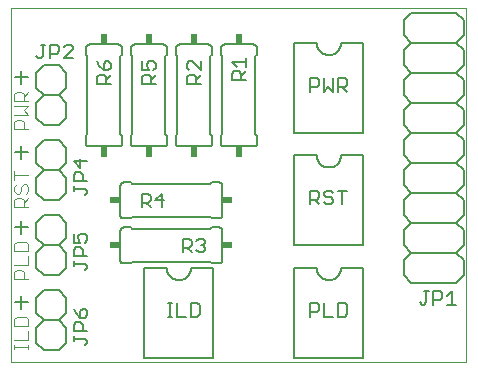
<source format=gto>
G75*
%MOIN*%
%OFA0B0*%
%FSLAX25Y25*%
%IPPOS*%
%LPD*%
%AMOC8*
5,1,8,0,0,1.08239X$1,22.5*
%
%ADD10C,0.00000*%
%ADD11C,0.00600*%
%ADD12C,0.00500*%
%ADD13C,0.00400*%
%ADD14R,0.02400X0.03400*%
%ADD15R,0.03400X0.02400*%
D10*
X0002503Y0001000D02*
X0002503Y0118961D01*
X0154204Y0118961D01*
X0154204Y0001000D01*
X0002503Y0001000D01*
D11*
X0010833Y0007385D02*
X0010833Y0012385D01*
X0013333Y0014885D01*
X0010833Y0017385D01*
X0010833Y0022385D01*
X0013333Y0024885D01*
X0018333Y0024885D01*
X0020833Y0022385D01*
X0020833Y0017385D01*
X0018333Y0014885D01*
X0020833Y0012385D01*
X0020833Y0007385D01*
X0018333Y0004885D01*
X0013333Y0004885D01*
X0010833Y0007385D01*
X0013333Y0014885D02*
X0018333Y0014885D01*
X0007904Y0020887D02*
X0003633Y0020887D01*
X0005768Y0018752D02*
X0005768Y0023023D01*
X0013333Y0029885D02*
X0010833Y0032385D01*
X0010833Y0037385D01*
X0013333Y0039885D01*
X0010833Y0042385D01*
X0010833Y0047385D01*
X0013333Y0049885D01*
X0018333Y0049885D01*
X0020833Y0047385D01*
X0020833Y0042385D01*
X0018333Y0039885D01*
X0020833Y0037385D01*
X0020833Y0032385D01*
X0018333Y0029885D01*
X0013333Y0029885D01*
X0013333Y0039885D02*
X0018333Y0039885D01*
X0007904Y0045887D02*
X0003633Y0045887D01*
X0005768Y0043752D02*
X0005768Y0048023D01*
X0013333Y0054885D02*
X0010833Y0057385D01*
X0010833Y0062385D01*
X0013333Y0064885D01*
X0010833Y0067385D01*
X0010833Y0072385D01*
X0013333Y0074885D01*
X0018333Y0074885D01*
X0020833Y0072385D01*
X0020833Y0067385D01*
X0018333Y0064885D01*
X0020833Y0062385D01*
X0020833Y0057385D01*
X0018333Y0054885D01*
X0013333Y0054885D01*
X0013333Y0064885D02*
X0018333Y0064885D01*
X0007904Y0070887D02*
X0003633Y0070887D01*
X0005768Y0068752D02*
X0005768Y0073023D01*
X0013333Y0079885D02*
X0010833Y0082385D01*
X0010833Y0087385D01*
X0013333Y0089885D01*
X0010833Y0092385D01*
X0010833Y0097385D01*
X0013333Y0099885D01*
X0018333Y0099885D01*
X0020833Y0097385D01*
X0020833Y0092385D01*
X0018333Y0089885D01*
X0020833Y0087385D01*
X0020833Y0082385D01*
X0018333Y0079885D01*
X0013333Y0079885D01*
X0013333Y0089885D02*
X0018333Y0089885D01*
X0007904Y0095887D02*
X0003633Y0095887D01*
X0005768Y0093752D02*
X0005768Y0098023D01*
X0027333Y0103385D02*
X0027333Y0105885D01*
X0027335Y0105945D01*
X0027340Y0106006D01*
X0027349Y0106065D01*
X0027362Y0106124D01*
X0027378Y0106183D01*
X0027398Y0106240D01*
X0027421Y0106295D01*
X0027448Y0106350D01*
X0027477Y0106402D01*
X0027510Y0106453D01*
X0027546Y0106502D01*
X0027584Y0106548D01*
X0027626Y0106592D01*
X0027670Y0106634D01*
X0027716Y0106672D01*
X0027765Y0106708D01*
X0027816Y0106741D01*
X0027868Y0106770D01*
X0027923Y0106797D01*
X0027978Y0106820D01*
X0028035Y0106840D01*
X0028094Y0106856D01*
X0028153Y0106869D01*
X0028212Y0106878D01*
X0028273Y0106883D01*
X0028333Y0106885D01*
X0038333Y0106885D01*
X0038393Y0106883D01*
X0038454Y0106878D01*
X0038513Y0106869D01*
X0038572Y0106856D01*
X0038631Y0106840D01*
X0038688Y0106820D01*
X0038743Y0106797D01*
X0038798Y0106770D01*
X0038850Y0106741D01*
X0038901Y0106708D01*
X0038950Y0106672D01*
X0038996Y0106634D01*
X0039040Y0106592D01*
X0039082Y0106548D01*
X0039120Y0106502D01*
X0039156Y0106453D01*
X0039189Y0106402D01*
X0039218Y0106350D01*
X0039245Y0106295D01*
X0039268Y0106240D01*
X0039288Y0106183D01*
X0039304Y0106124D01*
X0039317Y0106065D01*
X0039326Y0106006D01*
X0039331Y0105945D01*
X0039333Y0105885D01*
X0039333Y0103385D01*
X0038833Y0102885D01*
X0038833Y0076885D01*
X0039333Y0076385D01*
X0039333Y0073885D01*
X0039331Y0073825D01*
X0039326Y0073764D01*
X0039317Y0073705D01*
X0039304Y0073646D01*
X0039288Y0073587D01*
X0039268Y0073530D01*
X0039245Y0073475D01*
X0039218Y0073420D01*
X0039189Y0073368D01*
X0039156Y0073317D01*
X0039120Y0073268D01*
X0039082Y0073222D01*
X0039040Y0073178D01*
X0038996Y0073136D01*
X0038950Y0073098D01*
X0038901Y0073062D01*
X0038850Y0073029D01*
X0038798Y0073000D01*
X0038743Y0072973D01*
X0038688Y0072950D01*
X0038631Y0072930D01*
X0038572Y0072914D01*
X0038513Y0072901D01*
X0038454Y0072892D01*
X0038393Y0072887D01*
X0038333Y0072885D01*
X0028333Y0072885D01*
X0028273Y0072887D01*
X0028212Y0072892D01*
X0028153Y0072901D01*
X0028094Y0072914D01*
X0028035Y0072930D01*
X0027978Y0072950D01*
X0027923Y0072973D01*
X0027868Y0073000D01*
X0027816Y0073029D01*
X0027765Y0073062D01*
X0027716Y0073098D01*
X0027670Y0073136D01*
X0027626Y0073178D01*
X0027584Y0073222D01*
X0027546Y0073268D01*
X0027510Y0073317D01*
X0027477Y0073368D01*
X0027448Y0073420D01*
X0027421Y0073475D01*
X0027398Y0073530D01*
X0027378Y0073587D01*
X0027362Y0073646D01*
X0027349Y0073705D01*
X0027340Y0073764D01*
X0027335Y0073825D01*
X0027333Y0073885D01*
X0027333Y0076385D01*
X0027833Y0076885D01*
X0027833Y0102885D01*
X0027333Y0103385D01*
X0042333Y0103385D02*
X0042333Y0105885D01*
X0042335Y0105945D01*
X0042340Y0106006D01*
X0042349Y0106065D01*
X0042362Y0106124D01*
X0042378Y0106183D01*
X0042398Y0106240D01*
X0042421Y0106295D01*
X0042448Y0106350D01*
X0042477Y0106402D01*
X0042510Y0106453D01*
X0042546Y0106502D01*
X0042584Y0106548D01*
X0042626Y0106592D01*
X0042670Y0106634D01*
X0042716Y0106672D01*
X0042765Y0106708D01*
X0042816Y0106741D01*
X0042868Y0106770D01*
X0042923Y0106797D01*
X0042978Y0106820D01*
X0043035Y0106840D01*
X0043094Y0106856D01*
X0043153Y0106869D01*
X0043212Y0106878D01*
X0043273Y0106883D01*
X0043333Y0106885D01*
X0053333Y0106885D01*
X0053393Y0106883D01*
X0053454Y0106878D01*
X0053513Y0106869D01*
X0053572Y0106856D01*
X0053631Y0106840D01*
X0053688Y0106820D01*
X0053743Y0106797D01*
X0053798Y0106770D01*
X0053850Y0106741D01*
X0053901Y0106708D01*
X0053950Y0106672D01*
X0053996Y0106634D01*
X0054040Y0106592D01*
X0054082Y0106548D01*
X0054120Y0106502D01*
X0054156Y0106453D01*
X0054189Y0106402D01*
X0054218Y0106350D01*
X0054245Y0106295D01*
X0054268Y0106240D01*
X0054288Y0106183D01*
X0054304Y0106124D01*
X0054317Y0106065D01*
X0054326Y0106006D01*
X0054331Y0105945D01*
X0054333Y0105885D01*
X0054333Y0103385D01*
X0053833Y0102885D01*
X0053833Y0076885D01*
X0054333Y0076385D01*
X0054333Y0073885D01*
X0054331Y0073825D01*
X0054326Y0073764D01*
X0054317Y0073705D01*
X0054304Y0073646D01*
X0054288Y0073587D01*
X0054268Y0073530D01*
X0054245Y0073475D01*
X0054218Y0073420D01*
X0054189Y0073368D01*
X0054156Y0073317D01*
X0054120Y0073268D01*
X0054082Y0073222D01*
X0054040Y0073178D01*
X0053996Y0073136D01*
X0053950Y0073098D01*
X0053901Y0073062D01*
X0053850Y0073029D01*
X0053798Y0073000D01*
X0053743Y0072973D01*
X0053688Y0072950D01*
X0053631Y0072930D01*
X0053572Y0072914D01*
X0053513Y0072901D01*
X0053454Y0072892D01*
X0053393Y0072887D01*
X0053333Y0072885D01*
X0043333Y0072885D01*
X0043273Y0072887D01*
X0043212Y0072892D01*
X0043153Y0072901D01*
X0043094Y0072914D01*
X0043035Y0072930D01*
X0042978Y0072950D01*
X0042923Y0072973D01*
X0042868Y0073000D01*
X0042816Y0073029D01*
X0042765Y0073062D01*
X0042716Y0073098D01*
X0042670Y0073136D01*
X0042626Y0073178D01*
X0042584Y0073222D01*
X0042546Y0073268D01*
X0042510Y0073317D01*
X0042477Y0073368D01*
X0042448Y0073420D01*
X0042421Y0073475D01*
X0042398Y0073530D01*
X0042378Y0073587D01*
X0042362Y0073646D01*
X0042349Y0073705D01*
X0042340Y0073764D01*
X0042335Y0073825D01*
X0042333Y0073885D01*
X0042333Y0076385D01*
X0042833Y0076885D01*
X0042833Y0102885D01*
X0042333Y0103385D01*
X0057333Y0103385D02*
X0057333Y0105885D01*
X0057335Y0105945D01*
X0057340Y0106006D01*
X0057349Y0106065D01*
X0057362Y0106124D01*
X0057378Y0106183D01*
X0057398Y0106240D01*
X0057421Y0106295D01*
X0057448Y0106350D01*
X0057477Y0106402D01*
X0057510Y0106453D01*
X0057546Y0106502D01*
X0057584Y0106548D01*
X0057626Y0106592D01*
X0057670Y0106634D01*
X0057716Y0106672D01*
X0057765Y0106708D01*
X0057816Y0106741D01*
X0057868Y0106770D01*
X0057923Y0106797D01*
X0057978Y0106820D01*
X0058035Y0106840D01*
X0058094Y0106856D01*
X0058153Y0106869D01*
X0058212Y0106878D01*
X0058273Y0106883D01*
X0058333Y0106885D01*
X0068333Y0106885D01*
X0068393Y0106883D01*
X0068454Y0106878D01*
X0068513Y0106869D01*
X0068572Y0106856D01*
X0068631Y0106840D01*
X0068688Y0106820D01*
X0068743Y0106797D01*
X0068798Y0106770D01*
X0068850Y0106741D01*
X0068901Y0106708D01*
X0068950Y0106672D01*
X0068996Y0106634D01*
X0069040Y0106592D01*
X0069082Y0106548D01*
X0069120Y0106502D01*
X0069156Y0106453D01*
X0069189Y0106402D01*
X0069218Y0106350D01*
X0069245Y0106295D01*
X0069268Y0106240D01*
X0069288Y0106183D01*
X0069304Y0106124D01*
X0069317Y0106065D01*
X0069326Y0106006D01*
X0069331Y0105945D01*
X0069333Y0105885D01*
X0069333Y0103385D01*
X0068833Y0102885D01*
X0068833Y0076885D01*
X0069333Y0076385D01*
X0069333Y0073885D01*
X0069331Y0073825D01*
X0069326Y0073764D01*
X0069317Y0073705D01*
X0069304Y0073646D01*
X0069288Y0073587D01*
X0069268Y0073530D01*
X0069245Y0073475D01*
X0069218Y0073420D01*
X0069189Y0073368D01*
X0069156Y0073317D01*
X0069120Y0073268D01*
X0069082Y0073222D01*
X0069040Y0073178D01*
X0068996Y0073136D01*
X0068950Y0073098D01*
X0068901Y0073062D01*
X0068850Y0073029D01*
X0068798Y0073000D01*
X0068743Y0072973D01*
X0068688Y0072950D01*
X0068631Y0072930D01*
X0068572Y0072914D01*
X0068513Y0072901D01*
X0068454Y0072892D01*
X0068393Y0072887D01*
X0068333Y0072885D01*
X0058333Y0072885D01*
X0058273Y0072887D01*
X0058212Y0072892D01*
X0058153Y0072901D01*
X0058094Y0072914D01*
X0058035Y0072930D01*
X0057978Y0072950D01*
X0057923Y0072973D01*
X0057868Y0073000D01*
X0057816Y0073029D01*
X0057765Y0073062D01*
X0057716Y0073098D01*
X0057670Y0073136D01*
X0057626Y0073178D01*
X0057584Y0073222D01*
X0057546Y0073268D01*
X0057510Y0073317D01*
X0057477Y0073368D01*
X0057448Y0073420D01*
X0057421Y0073475D01*
X0057398Y0073530D01*
X0057378Y0073587D01*
X0057362Y0073646D01*
X0057349Y0073705D01*
X0057340Y0073764D01*
X0057335Y0073825D01*
X0057333Y0073885D01*
X0057333Y0076385D01*
X0057833Y0076885D01*
X0057833Y0102885D01*
X0057333Y0103385D01*
X0072333Y0103385D02*
X0072333Y0105885D01*
X0072335Y0105945D01*
X0072340Y0106006D01*
X0072349Y0106065D01*
X0072362Y0106124D01*
X0072378Y0106183D01*
X0072398Y0106240D01*
X0072421Y0106295D01*
X0072448Y0106350D01*
X0072477Y0106402D01*
X0072510Y0106453D01*
X0072546Y0106502D01*
X0072584Y0106548D01*
X0072626Y0106592D01*
X0072670Y0106634D01*
X0072716Y0106672D01*
X0072765Y0106708D01*
X0072816Y0106741D01*
X0072868Y0106770D01*
X0072923Y0106797D01*
X0072978Y0106820D01*
X0073035Y0106840D01*
X0073094Y0106856D01*
X0073153Y0106869D01*
X0073212Y0106878D01*
X0073273Y0106883D01*
X0073333Y0106885D01*
X0083333Y0106885D01*
X0083393Y0106883D01*
X0083454Y0106878D01*
X0083513Y0106869D01*
X0083572Y0106856D01*
X0083631Y0106840D01*
X0083688Y0106820D01*
X0083743Y0106797D01*
X0083798Y0106770D01*
X0083850Y0106741D01*
X0083901Y0106708D01*
X0083950Y0106672D01*
X0083996Y0106634D01*
X0084040Y0106592D01*
X0084082Y0106548D01*
X0084120Y0106502D01*
X0084156Y0106453D01*
X0084189Y0106402D01*
X0084218Y0106350D01*
X0084245Y0106295D01*
X0084268Y0106240D01*
X0084288Y0106183D01*
X0084304Y0106124D01*
X0084317Y0106065D01*
X0084326Y0106006D01*
X0084331Y0105945D01*
X0084333Y0105885D01*
X0084333Y0103385D01*
X0083833Y0102885D01*
X0083833Y0076885D01*
X0084333Y0076385D01*
X0084333Y0073885D01*
X0084331Y0073825D01*
X0084326Y0073764D01*
X0084317Y0073705D01*
X0084304Y0073646D01*
X0084288Y0073587D01*
X0084268Y0073530D01*
X0084245Y0073475D01*
X0084218Y0073420D01*
X0084189Y0073368D01*
X0084156Y0073317D01*
X0084120Y0073268D01*
X0084082Y0073222D01*
X0084040Y0073178D01*
X0083996Y0073136D01*
X0083950Y0073098D01*
X0083901Y0073062D01*
X0083850Y0073029D01*
X0083798Y0073000D01*
X0083743Y0072973D01*
X0083688Y0072950D01*
X0083631Y0072930D01*
X0083572Y0072914D01*
X0083513Y0072901D01*
X0083454Y0072892D01*
X0083393Y0072887D01*
X0083333Y0072885D01*
X0073333Y0072885D01*
X0073273Y0072887D01*
X0073212Y0072892D01*
X0073153Y0072901D01*
X0073094Y0072914D01*
X0073035Y0072930D01*
X0072978Y0072950D01*
X0072923Y0072973D01*
X0072868Y0073000D01*
X0072816Y0073029D01*
X0072765Y0073062D01*
X0072716Y0073098D01*
X0072670Y0073136D01*
X0072626Y0073178D01*
X0072584Y0073222D01*
X0072546Y0073268D01*
X0072510Y0073317D01*
X0072477Y0073368D01*
X0072448Y0073420D01*
X0072421Y0073475D01*
X0072398Y0073530D01*
X0072378Y0073587D01*
X0072362Y0073646D01*
X0072349Y0073705D01*
X0072340Y0073764D01*
X0072335Y0073825D01*
X0072333Y0073885D01*
X0072333Y0076385D01*
X0072833Y0076885D01*
X0072833Y0102885D01*
X0072333Y0103385D01*
X0096833Y0107385D02*
X0104333Y0107385D01*
X0104335Y0107259D01*
X0104341Y0107134D01*
X0104351Y0107009D01*
X0104365Y0106884D01*
X0104382Y0106759D01*
X0104404Y0106635D01*
X0104429Y0106512D01*
X0104459Y0106390D01*
X0104492Y0106269D01*
X0104529Y0106149D01*
X0104569Y0106030D01*
X0104614Y0105913D01*
X0104662Y0105796D01*
X0104714Y0105682D01*
X0104769Y0105569D01*
X0104828Y0105458D01*
X0104890Y0105349D01*
X0104956Y0105242D01*
X0105025Y0105137D01*
X0105097Y0105034D01*
X0105172Y0104933D01*
X0105251Y0104835D01*
X0105333Y0104740D01*
X0105417Y0104647D01*
X0105505Y0104557D01*
X0105595Y0104469D01*
X0105688Y0104385D01*
X0105783Y0104303D01*
X0105881Y0104224D01*
X0105982Y0104149D01*
X0106085Y0104077D01*
X0106190Y0104008D01*
X0106297Y0103942D01*
X0106406Y0103880D01*
X0106517Y0103821D01*
X0106630Y0103766D01*
X0106744Y0103714D01*
X0106861Y0103666D01*
X0106978Y0103621D01*
X0107097Y0103581D01*
X0107217Y0103544D01*
X0107338Y0103511D01*
X0107460Y0103481D01*
X0107583Y0103456D01*
X0107707Y0103434D01*
X0107832Y0103417D01*
X0107957Y0103403D01*
X0108082Y0103393D01*
X0108207Y0103387D01*
X0108333Y0103385D01*
X0108459Y0103387D01*
X0108584Y0103393D01*
X0108709Y0103403D01*
X0108834Y0103417D01*
X0108959Y0103434D01*
X0109083Y0103456D01*
X0109206Y0103481D01*
X0109328Y0103511D01*
X0109449Y0103544D01*
X0109569Y0103581D01*
X0109688Y0103621D01*
X0109805Y0103666D01*
X0109922Y0103714D01*
X0110036Y0103766D01*
X0110149Y0103821D01*
X0110260Y0103880D01*
X0110369Y0103942D01*
X0110476Y0104008D01*
X0110581Y0104077D01*
X0110684Y0104149D01*
X0110785Y0104224D01*
X0110883Y0104303D01*
X0110978Y0104385D01*
X0111071Y0104469D01*
X0111161Y0104557D01*
X0111249Y0104647D01*
X0111333Y0104740D01*
X0111415Y0104835D01*
X0111494Y0104933D01*
X0111569Y0105034D01*
X0111641Y0105137D01*
X0111710Y0105242D01*
X0111776Y0105349D01*
X0111838Y0105458D01*
X0111897Y0105569D01*
X0111952Y0105682D01*
X0112004Y0105796D01*
X0112052Y0105913D01*
X0112097Y0106030D01*
X0112137Y0106149D01*
X0112174Y0106269D01*
X0112207Y0106390D01*
X0112237Y0106512D01*
X0112262Y0106635D01*
X0112284Y0106759D01*
X0112301Y0106884D01*
X0112315Y0107009D01*
X0112325Y0107134D01*
X0112331Y0107259D01*
X0112333Y0107385D01*
X0119833Y0107385D01*
X0119833Y0077385D01*
X0096833Y0077385D01*
X0096833Y0107385D01*
X0133333Y0109885D02*
X0133333Y0114885D01*
X0135833Y0117385D01*
X0150833Y0117385D01*
X0153333Y0114885D01*
X0153333Y0109885D01*
X0150833Y0107385D01*
X0135833Y0107385D01*
X0133333Y0104885D01*
X0133333Y0099885D01*
X0135833Y0097385D01*
X0150833Y0097385D01*
X0153333Y0094885D01*
X0153333Y0089885D01*
X0150833Y0087385D01*
X0135833Y0087385D01*
X0133333Y0084885D01*
X0133333Y0079885D01*
X0135833Y0077385D01*
X0150833Y0077385D01*
X0153333Y0074885D01*
X0153333Y0069885D01*
X0150833Y0067385D01*
X0135833Y0067385D01*
X0133333Y0064885D01*
X0133333Y0059885D01*
X0135833Y0057385D01*
X0150833Y0057385D01*
X0153333Y0054885D01*
X0153333Y0049885D01*
X0150833Y0047385D01*
X0135833Y0047385D01*
X0133333Y0049885D01*
X0133333Y0054885D01*
X0135833Y0057385D01*
X0135833Y0047385D02*
X0133333Y0044885D01*
X0133333Y0039885D01*
X0135833Y0037385D01*
X0133333Y0034885D01*
X0133333Y0029885D01*
X0135833Y0027385D01*
X0150833Y0027385D01*
X0153333Y0029885D01*
X0153333Y0034885D01*
X0150833Y0037385D01*
X0135833Y0037385D01*
X0150833Y0037385D02*
X0153333Y0039885D01*
X0153333Y0044885D01*
X0150833Y0047385D01*
X0150833Y0057385D02*
X0153333Y0059885D01*
X0153333Y0064885D01*
X0150833Y0067385D01*
X0150833Y0077385D02*
X0153333Y0079885D01*
X0153333Y0084885D01*
X0150833Y0087385D01*
X0150833Y0097385D02*
X0153333Y0099885D01*
X0153333Y0104885D01*
X0150833Y0107385D01*
X0135833Y0107385D02*
X0133333Y0109885D01*
X0135833Y0097385D02*
X0133333Y0094885D01*
X0133333Y0089885D01*
X0135833Y0087385D01*
X0135833Y0077385D02*
X0133333Y0074885D01*
X0133333Y0069885D01*
X0135833Y0067385D01*
X0119833Y0069885D02*
X0112333Y0069885D01*
X0112331Y0069759D01*
X0112325Y0069634D01*
X0112315Y0069509D01*
X0112301Y0069384D01*
X0112284Y0069259D01*
X0112262Y0069135D01*
X0112237Y0069012D01*
X0112207Y0068890D01*
X0112174Y0068769D01*
X0112137Y0068649D01*
X0112097Y0068530D01*
X0112052Y0068413D01*
X0112004Y0068296D01*
X0111952Y0068182D01*
X0111897Y0068069D01*
X0111838Y0067958D01*
X0111776Y0067849D01*
X0111710Y0067742D01*
X0111641Y0067637D01*
X0111569Y0067534D01*
X0111494Y0067433D01*
X0111415Y0067335D01*
X0111333Y0067240D01*
X0111249Y0067147D01*
X0111161Y0067057D01*
X0111071Y0066969D01*
X0110978Y0066885D01*
X0110883Y0066803D01*
X0110785Y0066724D01*
X0110684Y0066649D01*
X0110581Y0066577D01*
X0110476Y0066508D01*
X0110369Y0066442D01*
X0110260Y0066380D01*
X0110149Y0066321D01*
X0110036Y0066266D01*
X0109922Y0066214D01*
X0109805Y0066166D01*
X0109688Y0066121D01*
X0109569Y0066081D01*
X0109449Y0066044D01*
X0109328Y0066011D01*
X0109206Y0065981D01*
X0109083Y0065956D01*
X0108959Y0065934D01*
X0108834Y0065917D01*
X0108709Y0065903D01*
X0108584Y0065893D01*
X0108459Y0065887D01*
X0108333Y0065885D01*
X0108207Y0065887D01*
X0108082Y0065893D01*
X0107957Y0065903D01*
X0107832Y0065917D01*
X0107707Y0065934D01*
X0107583Y0065956D01*
X0107460Y0065981D01*
X0107338Y0066011D01*
X0107217Y0066044D01*
X0107097Y0066081D01*
X0106978Y0066121D01*
X0106861Y0066166D01*
X0106744Y0066214D01*
X0106630Y0066266D01*
X0106517Y0066321D01*
X0106406Y0066380D01*
X0106297Y0066442D01*
X0106190Y0066508D01*
X0106085Y0066577D01*
X0105982Y0066649D01*
X0105881Y0066724D01*
X0105783Y0066803D01*
X0105688Y0066885D01*
X0105595Y0066969D01*
X0105505Y0067057D01*
X0105417Y0067147D01*
X0105333Y0067240D01*
X0105251Y0067335D01*
X0105172Y0067433D01*
X0105097Y0067534D01*
X0105025Y0067637D01*
X0104956Y0067742D01*
X0104890Y0067849D01*
X0104828Y0067958D01*
X0104769Y0068069D01*
X0104714Y0068182D01*
X0104662Y0068296D01*
X0104614Y0068413D01*
X0104569Y0068530D01*
X0104529Y0068649D01*
X0104492Y0068769D01*
X0104459Y0068890D01*
X0104429Y0069012D01*
X0104404Y0069135D01*
X0104382Y0069259D01*
X0104365Y0069384D01*
X0104351Y0069509D01*
X0104341Y0069634D01*
X0104335Y0069759D01*
X0104333Y0069885D01*
X0096833Y0069885D01*
X0096833Y0039885D01*
X0119833Y0039885D01*
X0119833Y0069885D01*
X0072833Y0059885D02*
X0072833Y0049885D01*
X0072831Y0049825D01*
X0072826Y0049764D01*
X0072817Y0049705D01*
X0072804Y0049646D01*
X0072788Y0049587D01*
X0072768Y0049530D01*
X0072745Y0049475D01*
X0072718Y0049420D01*
X0072689Y0049368D01*
X0072656Y0049317D01*
X0072620Y0049268D01*
X0072582Y0049222D01*
X0072540Y0049178D01*
X0072496Y0049136D01*
X0072450Y0049098D01*
X0072401Y0049062D01*
X0072350Y0049029D01*
X0072298Y0049000D01*
X0072243Y0048973D01*
X0072188Y0048950D01*
X0072131Y0048930D01*
X0072072Y0048914D01*
X0072013Y0048901D01*
X0071954Y0048892D01*
X0071893Y0048887D01*
X0071833Y0048885D01*
X0069333Y0048885D01*
X0068833Y0049385D01*
X0042833Y0049385D01*
X0042333Y0048885D01*
X0039833Y0048885D01*
X0039773Y0048887D01*
X0039712Y0048892D01*
X0039653Y0048901D01*
X0039594Y0048914D01*
X0039535Y0048930D01*
X0039478Y0048950D01*
X0039423Y0048973D01*
X0039368Y0049000D01*
X0039316Y0049029D01*
X0039265Y0049062D01*
X0039216Y0049098D01*
X0039170Y0049136D01*
X0039126Y0049178D01*
X0039084Y0049222D01*
X0039046Y0049268D01*
X0039010Y0049317D01*
X0038977Y0049368D01*
X0038948Y0049420D01*
X0038921Y0049475D01*
X0038898Y0049530D01*
X0038878Y0049587D01*
X0038862Y0049646D01*
X0038849Y0049705D01*
X0038840Y0049764D01*
X0038835Y0049825D01*
X0038833Y0049885D01*
X0038833Y0059885D01*
X0038835Y0059945D01*
X0038840Y0060006D01*
X0038849Y0060065D01*
X0038862Y0060124D01*
X0038878Y0060183D01*
X0038898Y0060240D01*
X0038921Y0060295D01*
X0038948Y0060350D01*
X0038977Y0060402D01*
X0039010Y0060453D01*
X0039046Y0060502D01*
X0039084Y0060548D01*
X0039126Y0060592D01*
X0039170Y0060634D01*
X0039216Y0060672D01*
X0039265Y0060708D01*
X0039316Y0060741D01*
X0039368Y0060770D01*
X0039423Y0060797D01*
X0039478Y0060820D01*
X0039535Y0060840D01*
X0039594Y0060856D01*
X0039653Y0060869D01*
X0039712Y0060878D01*
X0039773Y0060883D01*
X0039833Y0060885D01*
X0042333Y0060885D01*
X0042833Y0060385D01*
X0068833Y0060385D01*
X0069333Y0060885D01*
X0071833Y0060885D01*
X0071893Y0060883D01*
X0071954Y0060878D01*
X0072013Y0060869D01*
X0072072Y0060856D01*
X0072131Y0060840D01*
X0072188Y0060820D01*
X0072243Y0060797D01*
X0072298Y0060770D01*
X0072350Y0060741D01*
X0072401Y0060708D01*
X0072450Y0060672D01*
X0072496Y0060634D01*
X0072540Y0060592D01*
X0072582Y0060548D01*
X0072620Y0060502D01*
X0072656Y0060453D01*
X0072689Y0060402D01*
X0072718Y0060350D01*
X0072745Y0060295D01*
X0072768Y0060240D01*
X0072788Y0060183D01*
X0072804Y0060124D01*
X0072817Y0060065D01*
X0072826Y0060006D01*
X0072831Y0059945D01*
X0072833Y0059885D01*
X0071833Y0045885D02*
X0069333Y0045885D01*
X0068833Y0045385D01*
X0042833Y0045385D01*
X0042333Y0045885D01*
X0039833Y0045885D01*
X0039773Y0045883D01*
X0039712Y0045878D01*
X0039653Y0045869D01*
X0039594Y0045856D01*
X0039535Y0045840D01*
X0039478Y0045820D01*
X0039423Y0045797D01*
X0039368Y0045770D01*
X0039316Y0045741D01*
X0039265Y0045708D01*
X0039216Y0045672D01*
X0039170Y0045634D01*
X0039126Y0045592D01*
X0039084Y0045548D01*
X0039046Y0045502D01*
X0039010Y0045453D01*
X0038977Y0045402D01*
X0038948Y0045350D01*
X0038921Y0045295D01*
X0038898Y0045240D01*
X0038878Y0045183D01*
X0038862Y0045124D01*
X0038849Y0045065D01*
X0038840Y0045006D01*
X0038835Y0044945D01*
X0038833Y0044885D01*
X0038833Y0034885D01*
X0038835Y0034825D01*
X0038840Y0034764D01*
X0038849Y0034705D01*
X0038862Y0034646D01*
X0038878Y0034587D01*
X0038898Y0034530D01*
X0038921Y0034475D01*
X0038948Y0034420D01*
X0038977Y0034368D01*
X0039010Y0034317D01*
X0039046Y0034268D01*
X0039084Y0034222D01*
X0039126Y0034178D01*
X0039170Y0034136D01*
X0039216Y0034098D01*
X0039265Y0034062D01*
X0039316Y0034029D01*
X0039368Y0034000D01*
X0039423Y0033973D01*
X0039478Y0033950D01*
X0039535Y0033930D01*
X0039594Y0033914D01*
X0039653Y0033901D01*
X0039712Y0033892D01*
X0039773Y0033887D01*
X0039833Y0033885D01*
X0042333Y0033885D01*
X0042833Y0034385D01*
X0068833Y0034385D01*
X0069333Y0033885D01*
X0071833Y0033885D01*
X0071893Y0033887D01*
X0071954Y0033892D01*
X0072013Y0033901D01*
X0072072Y0033914D01*
X0072131Y0033930D01*
X0072188Y0033950D01*
X0072243Y0033973D01*
X0072298Y0034000D01*
X0072350Y0034029D01*
X0072401Y0034062D01*
X0072450Y0034098D01*
X0072496Y0034136D01*
X0072540Y0034178D01*
X0072582Y0034222D01*
X0072620Y0034268D01*
X0072656Y0034317D01*
X0072689Y0034368D01*
X0072718Y0034420D01*
X0072745Y0034475D01*
X0072768Y0034530D01*
X0072788Y0034587D01*
X0072804Y0034646D01*
X0072817Y0034705D01*
X0072826Y0034764D01*
X0072831Y0034825D01*
X0072833Y0034885D01*
X0072833Y0044885D01*
X0072831Y0044945D01*
X0072826Y0045006D01*
X0072817Y0045065D01*
X0072804Y0045124D01*
X0072788Y0045183D01*
X0072768Y0045240D01*
X0072745Y0045295D01*
X0072718Y0045350D01*
X0072689Y0045402D01*
X0072656Y0045453D01*
X0072620Y0045502D01*
X0072582Y0045548D01*
X0072540Y0045592D01*
X0072496Y0045634D01*
X0072450Y0045672D01*
X0072401Y0045708D01*
X0072350Y0045741D01*
X0072298Y0045770D01*
X0072243Y0045797D01*
X0072188Y0045820D01*
X0072131Y0045840D01*
X0072072Y0045856D01*
X0072013Y0045869D01*
X0071954Y0045878D01*
X0071893Y0045883D01*
X0071833Y0045885D01*
X0069833Y0032385D02*
X0062333Y0032385D01*
X0062331Y0032259D01*
X0062325Y0032134D01*
X0062315Y0032009D01*
X0062301Y0031884D01*
X0062284Y0031759D01*
X0062262Y0031635D01*
X0062237Y0031512D01*
X0062207Y0031390D01*
X0062174Y0031269D01*
X0062137Y0031149D01*
X0062097Y0031030D01*
X0062052Y0030913D01*
X0062004Y0030796D01*
X0061952Y0030682D01*
X0061897Y0030569D01*
X0061838Y0030458D01*
X0061776Y0030349D01*
X0061710Y0030242D01*
X0061641Y0030137D01*
X0061569Y0030034D01*
X0061494Y0029933D01*
X0061415Y0029835D01*
X0061333Y0029740D01*
X0061249Y0029647D01*
X0061161Y0029557D01*
X0061071Y0029469D01*
X0060978Y0029385D01*
X0060883Y0029303D01*
X0060785Y0029224D01*
X0060684Y0029149D01*
X0060581Y0029077D01*
X0060476Y0029008D01*
X0060369Y0028942D01*
X0060260Y0028880D01*
X0060149Y0028821D01*
X0060036Y0028766D01*
X0059922Y0028714D01*
X0059805Y0028666D01*
X0059688Y0028621D01*
X0059569Y0028581D01*
X0059449Y0028544D01*
X0059328Y0028511D01*
X0059206Y0028481D01*
X0059083Y0028456D01*
X0058959Y0028434D01*
X0058834Y0028417D01*
X0058709Y0028403D01*
X0058584Y0028393D01*
X0058459Y0028387D01*
X0058333Y0028385D01*
X0058207Y0028387D01*
X0058082Y0028393D01*
X0057957Y0028403D01*
X0057832Y0028417D01*
X0057707Y0028434D01*
X0057583Y0028456D01*
X0057460Y0028481D01*
X0057338Y0028511D01*
X0057217Y0028544D01*
X0057097Y0028581D01*
X0056978Y0028621D01*
X0056861Y0028666D01*
X0056744Y0028714D01*
X0056630Y0028766D01*
X0056517Y0028821D01*
X0056406Y0028880D01*
X0056297Y0028942D01*
X0056190Y0029008D01*
X0056085Y0029077D01*
X0055982Y0029149D01*
X0055881Y0029224D01*
X0055783Y0029303D01*
X0055688Y0029385D01*
X0055595Y0029469D01*
X0055505Y0029557D01*
X0055417Y0029647D01*
X0055333Y0029740D01*
X0055251Y0029835D01*
X0055172Y0029933D01*
X0055097Y0030034D01*
X0055025Y0030137D01*
X0054956Y0030242D01*
X0054890Y0030349D01*
X0054828Y0030458D01*
X0054769Y0030569D01*
X0054714Y0030682D01*
X0054662Y0030796D01*
X0054614Y0030913D01*
X0054569Y0031030D01*
X0054529Y0031149D01*
X0054492Y0031269D01*
X0054459Y0031390D01*
X0054429Y0031512D01*
X0054404Y0031635D01*
X0054382Y0031759D01*
X0054365Y0031884D01*
X0054351Y0032009D01*
X0054341Y0032134D01*
X0054335Y0032259D01*
X0054333Y0032385D01*
X0046833Y0032385D01*
X0046833Y0002385D01*
X0069833Y0002385D01*
X0069833Y0032385D01*
X0096833Y0032385D02*
X0104333Y0032385D01*
X0104335Y0032259D01*
X0104341Y0032134D01*
X0104351Y0032009D01*
X0104365Y0031884D01*
X0104382Y0031759D01*
X0104404Y0031635D01*
X0104429Y0031512D01*
X0104459Y0031390D01*
X0104492Y0031269D01*
X0104529Y0031149D01*
X0104569Y0031030D01*
X0104614Y0030913D01*
X0104662Y0030796D01*
X0104714Y0030682D01*
X0104769Y0030569D01*
X0104828Y0030458D01*
X0104890Y0030349D01*
X0104956Y0030242D01*
X0105025Y0030137D01*
X0105097Y0030034D01*
X0105172Y0029933D01*
X0105251Y0029835D01*
X0105333Y0029740D01*
X0105417Y0029647D01*
X0105505Y0029557D01*
X0105595Y0029469D01*
X0105688Y0029385D01*
X0105783Y0029303D01*
X0105881Y0029224D01*
X0105982Y0029149D01*
X0106085Y0029077D01*
X0106190Y0029008D01*
X0106297Y0028942D01*
X0106406Y0028880D01*
X0106517Y0028821D01*
X0106630Y0028766D01*
X0106744Y0028714D01*
X0106861Y0028666D01*
X0106978Y0028621D01*
X0107097Y0028581D01*
X0107217Y0028544D01*
X0107338Y0028511D01*
X0107460Y0028481D01*
X0107583Y0028456D01*
X0107707Y0028434D01*
X0107832Y0028417D01*
X0107957Y0028403D01*
X0108082Y0028393D01*
X0108207Y0028387D01*
X0108333Y0028385D01*
X0108459Y0028387D01*
X0108584Y0028393D01*
X0108709Y0028403D01*
X0108834Y0028417D01*
X0108959Y0028434D01*
X0109083Y0028456D01*
X0109206Y0028481D01*
X0109328Y0028511D01*
X0109449Y0028544D01*
X0109569Y0028581D01*
X0109688Y0028621D01*
X0109805Y0028666D01*
X0109922Y0028714D01*
X0110036Y0028766D01*
X0110149Y0028821D01*
X0110260Y0028880D01*
X0110369Y0028942D01*
X0110476Y0029008D01*
X0110581Y0029077D01*
X0110684Y0029149D01*
X0110785Y0029224D01*
X0110883Y0029303D01*
X0110978Y0029385D01*
X0111071Y0029469D01*
X0111161Y0029557D01*
X0111249Y0029647D01*
X0111333Y0029740D01*
X0111415Y0029835D01*
X0111494Y0029933D01*
X0111569Y0030034D01*
X0111641Y0030137D01*
X0111710Y0030242D01*
X0111776Y0030349D01*
X0111838Y0030458D01*
X0111897Y0030569D01*
X0111952Y0030682D01*
X0112004Y0030796D01*
X0112052Y0030913D01*
X0112097Y0031030D01*
X0112137Y0031149D01*
X0112174Y0031269D01*
X0112207Y0031390D01*
X0112237Y0031512D01*
X0112262Y0031635D01*
X0112284Y0031759D01*
X0112301Y0031884D01*
X0112315Y0032009D01*
X0112325Y0032134D01*
X0112331Y0032259D01*
X0112333Y0032385D01*
X0119833Y0032385D01*
X0119833Y0002385D01*
X0096833Y0002385D01*
X0096833Y0032385D01*
D12*
X0102083Y0020638D02*
X0104335Y0020638D01*
X0105086Y0019888D01*
X0105086Y0018387D01*
X0104335Y0017636D01*
X0102083Y0017636D01*
X0102083Y0016135D02*
X0102083Y0020638D01*
X0106687Y0020638D02*
X0106687Y0016135D01*
X0109690Y0016135D01*
X0111291Y0016135D02*
X0113543Y0016135D01*
X0114294Y0016885D01*
X0114294Y0019888D01*
X0113543Y0020638D01*
X0111291Y0020638D01*
X0111291Y0016135D01*
X0138583Y0020885D02*
X0139334Y0020135D01*
X0140085Y0020135D01*
X0140835Y0020885D01*
X0140835Y0024638D01*
X0140085Y0024638D02*
X0141586Y0024638D01*
X0143187Y0024638D02*
X0145439Y0024638D01*
X0146190Y0023888D01*
X0146190Y0022387D01*
X0145439Y0021636D01*
X0143187Y0021636D01*
X0143187Y0020135D02*
X0143187Y0024638D01*
X0147791Y0023137D02*
X0149292Y0024638D01*
X0149292Y0020135D01*
X0147791Y0020135D02*
X0150794Y0020135D01*
X0112792Y0053635D02*
X0112792Y0058138D01*
X0111291Y0058138D02*
X0114294Y0058138D01*
X0109690Y0057388D02*
X0108939Y0058138D01*
X0107438Y0058138D01*
X0106687Y0057388D01*
X0106687Y0056637D01*
X0107438Y0055887D01*
X0108939Y0055887D01*
X0109690Y0055136D01*
X0109690Y0054385D01*
X0108939Y0053635D01*
X0107438Y0053635D01*
X0106687Y0054385D01*
X0105086Y0053635D02*
X0103585Y0055136D01*
X0104335Y0055136D02*
X0105086Y0055887D01*
X0105086Y0057388D01*
X0104335Y0058138D01*
X0102083Y0058138D01*
X0102083Y0053635D01*
X0102083Y0055136D02*
X0104335Y0055136D01*
X0067190Y0041388D02*
X0067190Y0040637D01*
X0066439Y0039887D01*
X0067190Y0039136D01*
X0067190Y0038385D01*
X0066439Y0037635D01*
X0064938Y0037635D01*
X0064187Y0038385D01*
X0062586Y0037635D02*
X0061085Y0039136D01*
X0061835Y0039136D02*
X0059583Y0039136D01*
X0059583Y0037635D02*
X0059583Y0042138D01*
X0061835Y0042138D01*
X0062586Y0041388D01*
X0062586Y0039887D01*
X0061835Y0039136D01*
X0064187Y0041388D02*
X0064938Y0042138D01*
X0066439Y0042138D01*
X0067190Y0041388D01*
X0066439Y0039887D02*
X0065689Y0039887D01*
X0052731Y0052635D02*
X0052731Y0057138D01*
X0050479Y0054887D01*
X0053482Y0054887D01*
X0048878Y0054887D02*
X0048127Y0054136D01*
X0045875Y0054136D01*
X0047377Y0054136D02*
X0048878Y0052635D01*
X0048878Y0054887D02*
X0048878Y0056388D01*
X0048127Y0057138D01*
X0045875Y0057138D01*
X0045875Y0052635D01*
X0027783Y0057373D02*
X0027783Y0058124D01*
X0027033Y0058875D01*
X0023279Y0058875D01*
X0023279Y0059625D02*
X0023279Y0058124D01*
X0023279Y0061227D02*
X0023279Y0063479D01*
X0024030Y0064229D01*
X0025531Y0064229D01*
X0026282Y0063479D01*
X0026282Y0061227D01*
X0027783Y0061227D02*
X0023279Y0061227D01*
X0027783Y0057373D02*
X0027033Y0056623D01*
X0025531Y0065831D02*
X0025531Y0068833D01*
X0027783Y0068083D02*
X0023279Y0068083D01*
X0025531Y0065831D01*
X0025531Y0043833D02*
X0027033Y0043833D01*
X0027783Y0043083D01*
X0027783Y0041581D01*
X0027033Y0040831D01*
X0025531Y0040831D02*
X0024781Y0042332D01*
X0024781Y0043083D01*
X0025531Y0043833D01*
X0023279Y0043833D02*
X0023279Y0040831D01*
X0025531Y0040831D01*
X0025531Y0039229D02*
X0024030Y0039229D01*
X0023279Y0038479D01*
X0023279Y0036227D01*
X0027783Y0036227D01*
X0026282Y0036227D02*
X0026282Y0038479D01*
X0025531Y0039229D01*
X0023279Y0034625D02*
X0023279Y0033124D01*
X0023279Y0033875D02*
X0027033Y0033875D01*
X0027783Y0033124D01*
X0027783Y0032373D01*
X0027033Y0031623D01*
X0027033Y0018833D02*
X0026282Y0018833D01*
X0025531Y0018083D01*
X0025531Y0015831D01*
X0027033Y0015831D01*
X0027783Y0016581D01*
X0027783Y0018083D01*
X0027033Y0018833D01*
X0025531Y0015831D02*
X0024030Y0017332D01*
X0023279Y0018833D01*
X0024030Y0014229D02*
X0023279Y0013479D01*
X0023279Y0011227D01*
X0027783Y0011227D01*
X0026282Y0011227D02*
X0026282Y0013479D01*
X0025531Y0014229D01*
X0024030Y0014229D01*
X0023279Y0009625D02*
X0023279Y0008124D01*
X0023279Y0008875D02*
X0027033Y0008875D01*
X0027783Y0008124D01*
X0027783Y0007373D01*
X0027033Y0006623D01*
X0054583Y0016135D02*
X0056085Y0016135D01*
X0055334Y0016135D02*
X0055334Y0020638D01*
X0054583Y0020638D02*
X0056085Y0020638D01*
X0057653Y0020638D02*
X0057653Y0016135D01*
X0060655Y0016135D01*
X0062257Y0016135D02*
X0064508Y0016135D01*
X0065259Y0016885D01*
X0065259Y0019888D01*
X0064508Y0020638D01*
X0062257Y0020638D01*
X0062257Y0016135D01*
X0102083Y0091135D02*
X0102083Y0095638D01*
X0104335Y0095638D01*
X0105086Y0094888D01*
X0105086Y0093387D01*
X0104335Y0092636D01*
X0102083Y0092636D01*
X0106687Y0091135D02*
X0108189Y0092636D01*
X0109690Y0091135D01*
X0109690Y0095638D01*
X0111291Y0095638D02*
X0113543Y0095638D01*
X0114294Y0094888D01*
X0114294Y0093387D01*
X0113543Y0092636D01*
X0111291Y0092636D01*
X0112792Y0092636D02*
X0114294Y0091135D01*
X0111291Y0091135D02*
X0111291Y0095638D01*
X0106687Y0095638D02*
X0106687Y0091135D01*
X0080583Y0094927D02*
X0076079Y0094927D01*
X0076079Y0097179D01*
X0076830Y0097929D01*
X0078331Y0097929D01*
X0079082Y0097179D01*
X0079082Y0094927D01*
X0079082Y0096428D02*
X0080583Y0097929D01*
X0080583Y0099531D02*
X0080583Y0102533D01*
X0080583Y0101032D02*
X0076079Y0101032D01*
X0077581Y0099531D01*
X0065583Y0098239D02*
X0062581Y0101241D01*
X0061830Y0101241D01*
X0061079Y0100490D01*
X0061079Y0098989D01*
X0061830Y0098239D01*
X0061830Y0096637D02*
X0063331Y0096637D01*
X0064082Y0095887D01*
X0064082Y0093635D01*
X0065583Y0093635D02*
X0061079Y0093635D01*
X0061079Y0095887D01*
X0061830Y0096637D01*
X0064082Y0095136D02*
X0065583Y0096637D01*
X0065583Y0098239D02*
X0065583Y0101241D01*
X0050583Y0100490D02*
X0050583Y0098989D01*
X0049833Y0098239D01*
X0048331Y0098239D02*
X0047581Y0099740D01*
X0047581Y0100490D01*
X0048331Y0101241D01*
X0049833Y0101241D01*
X0050583Y0100490D01*
X0048331Y0098239D02*
X0046079Y0098239D01*
X0046079Y0101241D01*
X0046830Y0096637D02*
X0048331Y0096637D01*
X0049082Y0095887D01*
X0049082Y0093635D01*
X0050583Y0093635D02*
X0046079Y0093635D01*
X0046079Y0095887D01*
X0046830Y0096637D01*
X0049082Y0095136D02*
X0050583Y0096637D01*
X0035583Y0096637D02*
X0034082Y0095136D01*
X0034082Y0095887D02*
X0034082Y0093635D01*
X0035583Y0093635D02*
X0031079Y0093635D01*
X0031079Y0095887D01*
X0031830Y0096637D01*
X0033331Y0096637D01*
X0034082Y0095887D01*
X0033331Y0098239D02*
X0033331Y0100490D01*
X0034082Y0101241D01*
X0034833Y0101241D01*
X0035583Y0100490D01*
X0035583Y0098989D01*
X0034833Y0098239D01*
X0033331Y0098239D01*
X0031830Y0099740D01*
X0031079Y0101241D01*
X0022994Y0102335D02*
X0019991Y0102335D01*
X0022994Y0105337D01*
X0022994Y0106088D01*
X0022243Y0106838D01*
X0020742Y0106838D01*
X0019991Y0106088D01*
X0018390Y0106088D02*
X0018390Y0104587D01*
X0017639Y0103836D01*
X0015387Y0103836D01*
X0015387Y0102335D02*
X0015387Y0106838D01*
X0017639Y0106838D01*
X0018390Y0106088D01*
X0013786Y0106838D02*
X0012285Y0106838D01*
X0013035Y0106838D02*
X0013035Y0103085D01*
X0012285Y0102335D01*
X0011534Y0102335D01*
X0010783Y0103085D01*
D13*
X0008133Y0091050D02*
X0006599Y0089515D01*
X0006599Y0090283D02*
X0005831Y0091050D01*
X0004297Y0091050D01*
X0003529Y0090283D01*
X0003529Y0087981D01*
X0008133Y0087981D01*
X0006599Y0087981D02*
X0006599Y0090283D01*
X0008133Y0086446D02*
X0003529Y0086446D01*
X0003529Y0083377D02*
X0008133Y0083377D01*
X0006599Y0084911D01*
X0008133Y0086446D01*
X0005831Y0081842D02*
X0004297Y0081842D01*
X0003529Y0081075D01*
X0003529Y0078773D01*
X0008133Y0078773D01*
X0006599Y0078773D02*
X0006599Y0081075D01*
X0005831Y0081842D01*
X0003529Y0064862D02*
X0003529Y0061792D01*
X0003529Y0063327D02*
X0008133Y0063327D01*
X0007366Y0060258D02*
X0008133Y0059491D01*
X0008133Y0057956D01*
X0007366Y0057189D01*
X0005831Y0057956D02*
X0005831Y0059491D01*
X0006599Y0060258D01*
X0007366Y0060258D01*
X0005831Y0057956D02*
X0005064Y0057189D01*
X0004297Y0057189D01*
X0003529Y0057956D01*
X0003529Y0059491D01*
X0004297Y0060258D01*
X0004297Y0055654D02*
X0005831Y0055654D01*
X0006599Y0054887D01*
X0006599Y0052585D01*
X0006599Y0054119D02*
X0008133Y0055654D01*
X0008133Y0052585D02*
X0003529Y0052585D01*
X0003529Y0054887D01*
X0004297Y0055654D01*
X0004297Y0041050D02*
X0003529Y0040283D01*
X0003529Y0037981D01*
X0008133Y0037981D01*
X0008133Y0040283D01*
X0007366Y0041050D01*
X0004297Y0041050D01*
X0008133Y0036446D02*
X0008133Y0033377D01*
X0003529Y0033377D01*
X0004297Y0031842D02*
X0005831Y0031842D01*
X0006599Y0031075D01*
X0006599Y0028773D01*
X0008133Y0028773D02*
X0003529Y0028773D01*
X0003529Y0031075D01*
X0004297Y0031842D01*
X0004297Y0016050D02*
X0003529Y0015283D01*
X0003529Y0012981D01*
X0008133Y0012981D01*
X0008133Y0015283D01*
X0007366Y0016050D01*
X0004297Y0016050D01*
X0008133Y0011446D02*
X0008133Y0008377D01*
X0003529Y0008377D01*
X0003529Y0006842D02*
X0003529Y0005307D01*
X0003529Y0006075D02*
X0008133Y0006075D01*
X0008133Y0006842D02*
X0008133Y0005307D01*
D14*
X0033333Y0071185D03*
X0048333Y0071185D03*
X0063333Y0071185D03*
X0078333Y0071185D03*
X0078333Y0108585D03*
X0063333Y0108585D03*
X0048333Y0108585D03*
X0033333Y0108585D03*
D15*
X0037133Y0054885D03*
X0037133Y0039885D03*
X0074533Y0039885D03*
X0074533Y0054885D03*
M02*

</source>
